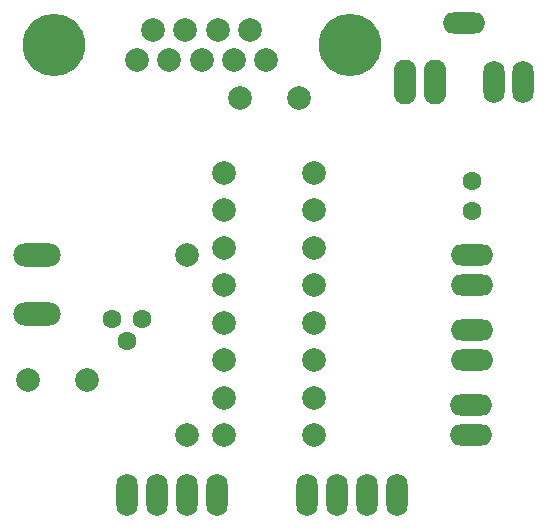
<source format=gbr>
%TF.GenerationSoftware,KiCad,Pcbnew,(6.0.6)*%
%TF.CreationDate,2022-08-24T17:59:29-03:00*%
%TF.ProjectId,hub_exterior,6875625f-6578-4746-9572-696f722e6b69,rev?*%
%TF.SameCoordinates,Original*%
%TF.FileFunction,Soldermask,Top*%
%TF.FilePolarity,Negative*%
%FSLAX46Y46*%
G04 Gerber Fmt 4.6, Leading zero omitted, Abs format (unit mm)*
G04 Created by KiCad (PCBNEW (6.0.6)) date 2022-08-24 17:59:29*
%MOMM*%
%LPD*%
G01*
G04 APERTURE LIST*
%ADD10C,2.000000*%
%ADD11O,3.600000X1.800000*%
%ADD12O,1.800000X3.600000*%
%ADD13O,4.000000X2.000000*%
%ADD14C,1.600000*%
%ADD15O,1.900000X3.800000*%
%ADD16C,5.283200*%
G04 APERTURE END LIST*
D10*
%TO.C,R8*%
X22225000Y27940000D03*
X29845000Y27940000D03*
%TD*%
D11*
%TO.C,LV*%
X43160000Y12065000D03*
X43160000Y14605000D03*
%TD*%
D10*
%TO.C,R6*%
X19050000Y12085000D03*
X19050000Y27325000D03*
%TD*%
%TO.C,R7*%
X29845000Y34290000D03*
X22225000Y34290000D03*
%TD*%
%TO.C,C2*%
X5628000Y16764000D03*
X10628000Y16764000D03*
%TD*%
D12*
%TO.C,LLUVIA*%
X29210000Y7025000D03*
X31750000Y7025000D03*
X34290000Y7025000D03*
X36830000Y7025000D03*
%TD*%
D11*
%TO.C,LR*%
X43200000Y18415000D03*
X43200000Y20955000D03*
%TD*%
D13*
%TO.C,DC*%
X6350000Y27305000D03*
X6350000Y22305000D03*
%TD*%
D10*
%TO.C,R2*%
X22225000Y21590000D03*
X29845000Y21590000D03*
%TD*%
D14*
%TO.C,Q1*%
X12700000Y21950000D03*
X13970000Y20045000D03*
X15240000Y21950000D03*
%TD*%
D10*
%TO.C,C1*%
X28555000Y40640000D03*
X23555000Y40640000D03*
%TD*%
%TO.C,R4*%
X22225000Y12065000D03*
X29845000Y12065000D03*
%TD*%
D11*
%TO.C,B*%
X43200000Y24765000D03*
X43200000Y27305000D03*
%TD*%
D12*
%TO.C,GPS*%
X13970000Y7005000D03*
X16510000Y7005000D03*
X19050000Y7005000D03*
X21590000Y7005000D03*
%TD*%
D10*
%TO.C,R5*%
X22225000Y15240000D03*
X29845000Y15240000D03*
%TD*%
D14*
%TO.C,C3*%
X43180000Y33590112D03*
X43180000Y31090112D03*
%TD*%
D10*
%TO.C,R3*%
X22225000Y24765000D03*
X29845000Y24765000D03*
%TD*%
D11*
%TO.C,U$1*%
X42545000Y46990000D03*
D15*
X40045000Y41990000D03*
D12*
X45045000Y41990000D03*
D15*
X37545000Y41990000D03*
D12*
X47545000Y41990000D03*
%TD*%
D10*
%TO.C,R1*%
X22225000Y18415000D03*
X29845000Y18415000D03*
%TD*%
%TO.C,X1*%
X14833600Y43815000D03*
X17576800Y43815000D03*
X20320000Y43815000D03*
X23063200Y43815000D03*
X25806400Y43815000D03*
X16205200Y46355000D03*
X18948400Y46355000D03*
X21691600Y46355000D03*
X24434800Y46355000D03*
D16*
X7797800Y45085000D03*
X32842200Y45085000D03*
%TD*%
D10*
%TO.C,R9*%
X29845000Y31115000D03*
X22225000Y31115000D03*
%TD*%
M02*

</source>
